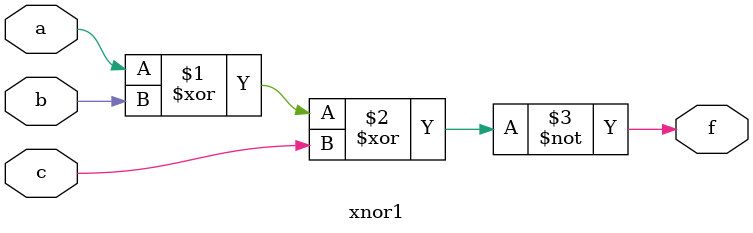
<source format=v>
`timescale 1ns / 1ps
module xnor1(
    input a,
    input b,
    input c,
    output f
    );
	xnor(f,a,b,c);
	//assign f = ~(a^b^c)

endmodule

</source>
